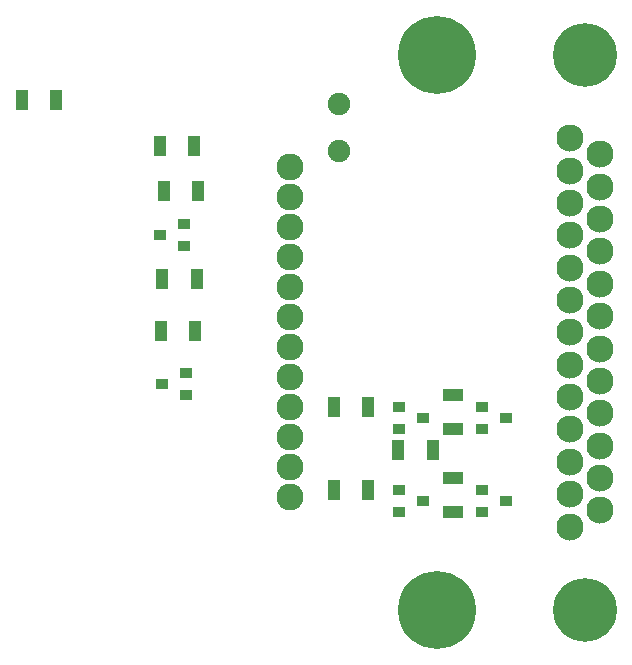
<source format=gts>
G04 project-name*
%FSLAX35Y35*%
%MOMM*%
G04 c3.m.d(3)*
%LPD*%
%ADD10R,1.1X0.8999999999999999*%
D10*
X-1265676Y16691596D02*
D03*

G04 c3.m.s(2)*
%LPD*%
D10*
X-1465676Y16596596D02*
D03*

G04 c3.m.g(1)*
%LPD*%
D10*
X-1465676Y16786596D02*
D03*

G04 c3.i.1(1)*
%LPD*%
%ADD11R,1.1X1.8*%
D11*
X-2431568Y16786596D02*
D03*

G04 c3.i.2(2)*
%LPD*%
D11*
X-2721568Y16786596D02*
D03*

G04 c3.p.1(1)*
%LPD*%
%ADD12R,1.8X1.1*%
D12*
X-1718592Y16596596D02*
D03*

G04 c3.p.2(2)*
%LPD*%
D12*
X-1718592Y16886596D02*
D03*

G04 c3.b.c(3)*
%LPD*%
D10*
X-1970393Y16691596D02*
D03*

G04 c3.b.e(2)*
%LPD*%
D10*
X-2170394Y16596596D02*
D03*

G04 c3.b.b(1)*
%LPD*%
D10*
X-2170394Y16786596D02*
D03*

G04 c4.m.d(3)*
%LPD*%
D10*
X-1265676Y15990543D02*
D03*

G04 c4.m.s(2)*
%LPD*%
D10*
X-1465676Y15895543D02*
D03*

G04 c4.m.g(1)*
%LPD*%
D10*
X-1465676Y16085543D02*
D03*

G04 c4.i.1(1)*
%LPD*%
D11*
X-2431568Y16085543D02*
D03*

G04 c4.i.2(2)*
%LPD*%
D11*
X-2721568Y16085543D02*
D03*

G04 c4.p.1(1)*
%LPD*%
D12*
X-1718592Y15895543D02*
D03*

G04 c4.p.2(2)*
%LPD*%
D12*
X-1718592Y16185543D02*
D03*

G04 c4.b.c(3)*
%LPD*%
D10*
X-1970393Y15990543D02*
D03*

G04 c4.b.e(2)*
%LPD*%
D10*
X-2170394Y15895543D02*
D03*

G04 c4.b.b(1)*
%LPD*%
D10*
X-2170394Y16085543D02*
D03*

G04 __c.(undefined)*
%LPD*%
%ADD13C,6.6000000000000005*%
D13*
X-1854756Y19770797D02*
D03*

G04 __d.(undefined)*
%LPD*%
D13*
X-1854756Y15066797D02*
D03*

G04 c1.clk-(1)*
%LPD*%
%ADD14C,2.3*%
D14*
X-720707Y19062797D02*
D03*

G04 c1.sync-(2)*
%LPD*%
D14*
X-720707Y18788797D02*
D03*

G04 c1.x-(3)*
%LPD*%
D14*
X-720707Y18514797D02*
D03*

G04 c1.y-(4)*
%LPD*%
D14*
X-720707Y18240797D02*
D03*

G04 c1.z-(5)*
%LPD*%
D14*
X-720707Y17966797D02*
D03*

G04 c1.y_stat-(6)*
%LPD*%
D14*
X-720707Y17692797D02*
D03*

G04 c1.z_stat-(7)*
%LPD*%
D14*
X-720707Y17418797D02*
D03*

G04 c1.x_stat-(8)*
%LPD*%
D14*
X-720707Y17144797D02*
D03*

G04 c1.+15v(9)*
%LPD*%
D14*
X-720707Y16870797D02*
D03*

G04 c1.+15v(10)*
%LPD*%
D14*
X-720707Y16596797D02*
D03*

G04 c1.red(11)*
%LPD*%
D14*
X-720707Y16322797D02*
D03*

G04 c1.en(12)*
%LPD*%
D14*
X-720707Y16048797D02*
D03*

G04 c1.gnd(13)*
%LPD*%
D14*
X-720707Y15774797D02*
D03*

G04 c1.clk+(14)*
%LPD*%
D14*
X-466707Y18925797D02*
D03*

G04 c1.sync+(15)*
%LPD*%
D14*
X-466707Y18651797D02*
D03*

G04 c1.x+(16)*
%LPD*%
D14*
X-466707Y18377797D02*
D03*

G04 c1.y+(17)*
%LPD*%
D14*
X-466707Y18103797D02*
D03*

G04 c1.z+(18)*
%LPD*%
D14*
X-466707Y17829797D02*
D03*

G04 c1.y_stat+(19)*
%LPD*%
D14*
X-466707Y17555797D02*
D03*

G04 c1.z_stat+(20)*
%LPD*%
D14*
X-466707Y17281797D02*
D03*

G04 c1.x_stat+(21)*
%LPD*%
D14*
X-466707Y17007797D02*
D03*

G04 c1.+15v(22)*
%LPD*%
D14*
X-466707Y16733797D02*
D03*

G04 c1.pgnd(23)*
%LPD*%
D14*
X-466707Y16459797D02*
D03*

G04 c1.pwm(24)*
%LPD*%
D14*
X-466707Y16185797D02*
D03*

G04 c1.pctl(25)*
%LPD*%
D14*
X-466707Y15911797D02*
D03*

G04 c1.S(S)*
%LPD*%
%ADD15C,5.4*%
D15*
X-593707Y19770797D02*
D03*

G04 c1.S(S)*
%LPD*%
D15*
X-593707Y15066797D02*
D03*

G04 conn.gnd(1)*
%LPD*%
%ADD16C,2.29*%
D16*
X-3098741Y18815797D02*
D03*

G04 conn.vcc(2)*
%LPD*%
D16*
X-3098741Y18561797D02*
D03*

G04 conn.clk(3)*
%LPD*%
D16*
X-3098741Y18307797D02*
D03*

G04 conn.sync(4)*
%LPD*%
D16*
X-3098741Y18053797D02*
D03*

G04 conn.y(5)*
%LPD*%
D16*
X-3098741Y17799797D02*
D03*

G04 conn.x(6)*
%LPD*%
D16*
X-3098741Y17545797D02*
D03*

G04 conn.y_stat(7)*
%LPD*%
D16*
X-3098741Y17291797D02*
D03*

G04 conn.x_stat(8)*
%LPD*%
D16*
X-3098741Y17037797D02*
D03*

G04 conn.pwm(9)*
%LPD*%
D16*
X-3098741Y16783797D02*
D03*

G04 conn.en(10)*
%LPD*%
D16*
X-3098741Y16529797D02*
D03*

G04 conn.pctl(11)*
%LPD*%
D16*
X-3098741Y16275797D02*
D03*

G04 conn.red(12)*
%LPD*%
D16*
X-3098741Y16021797D02*
D03*

G04 c5.C1.c(1)*
%LPD*%
D11*
X-2178833Y16420106D02*
D03*

G04 c5.C1.a(2)*
%LPD*%
D11*
X-1888833Y16420106D02*
D03*

G04 c2.c(1)*
%LPD*%
%ADD17C,1.9*%
D17*
X-2676411Y19354557D02*
D03*

G04 c2.a(2)*
%LPD*%
D17*
X-2676411Y18954557D02*
D03*

G04 c7.b.c(3)*
%LPD*%
D10*
X-4175946Y16982500D02*
D03*

G04 c7.b.e(2)*
%LPD*%
D10*
X-3975945Y17077500D02*
D03*

G04 c7.b.b(1)*
%LPD*%
D10*
X-3975945Y16887499D02*
D03*

G04 c7.l.1(1)*
%LPD*%
D11*
X-5368134Y19387512D02*
D03*

G04 c7.l.2(2)*
%LPD*%
D11*
X-5078134Y19387512D02*
D03*

G04 c7.p.1(1)*
%LPD*%
D11*
X-4196164Y18992810D02*
D03*

G04 c7.p.2(2)*
%LPD*%
D11*
X-3906164Y18992810D02*
D03*

G04 c7.i.1(1)*
%LPD*%
D11*
X-4165836Y18618325D02*
D03*

G04 c7.i.2(2)*
%LPD*%
D11*
X-3875836Y18618325D02*
D03*

G04 c7.m.d(3)*
%LPD*%
D10*
X-4196164Y18243295D02*
D03*

G04 c7.m.s(2)*
%LPD*%
D10*
X-3996164Y18338295D02*
D03*

G04 c7.m.g(1)*
%LPD*%
D10*
X-3996164Y18148295D02*
D03*

G04 c4.l.1(1)*
%LPD*%
D11*
X-4175946Y17868264D02*
D03*

G04 c4.l.2(2)*
%LPD*%
D11*
X-3885946Y17868264D02*
D03*

G04 c3.l.1(1)*
%LPD*%
D11*
X-4190031Y17427885D02*
D03*

G04 c3.l.2(2)*
%LPD*%
D11*
X-3900031Y17427885D02*
D03*

M02*
</source>
